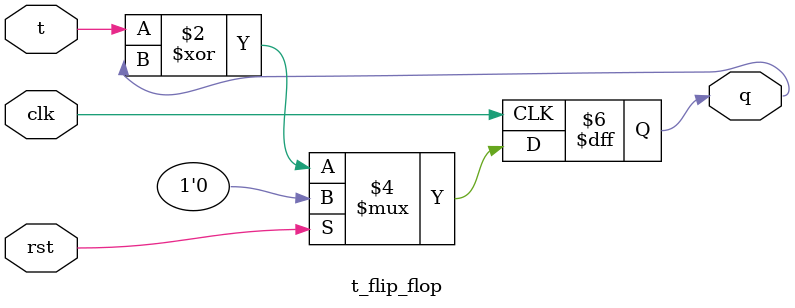
<source format=v>
module t_flip_flop (
    input wire clk,
    input wire rst,
    input wire t,
    output reg q
);

always @(posedge clk) 
    begin
        if (rst)
            q <= 1'b0;
        else
            q <= t ^ q;
    end
endmodule

</source>
